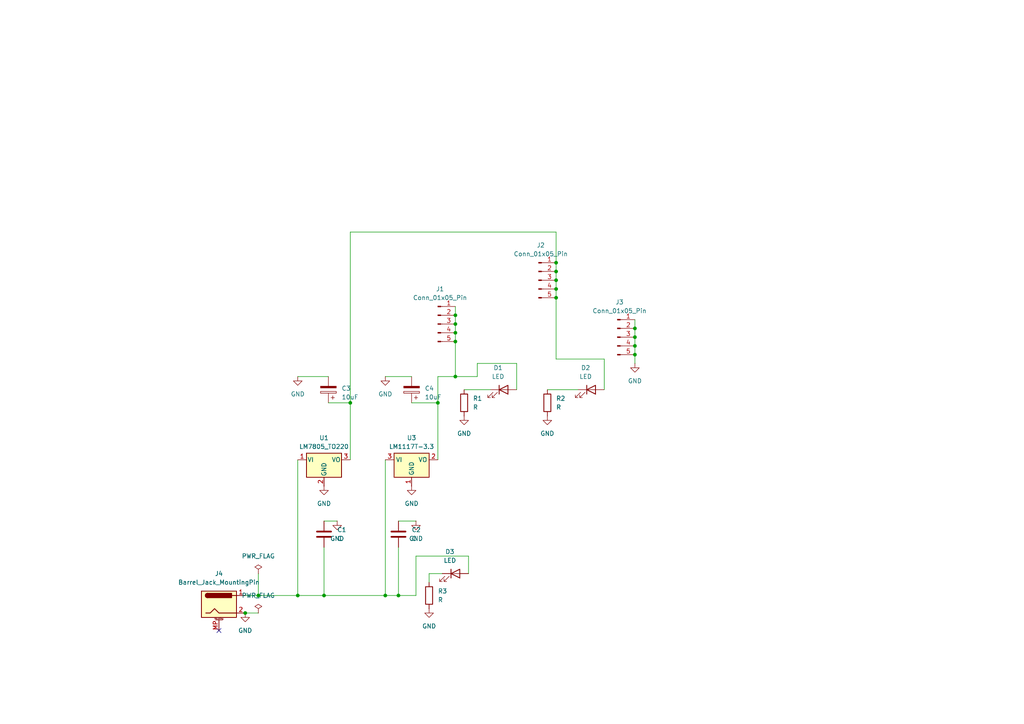
<source format=kicad_sch>
(kicad_sch
	(version 20250114)
	(generator "eeschema")
	(generator_version "9.0")
	(uuid "8502a16a-3907-4fcc-82be-13415dafdd32")
	(paper "A4")
	(lib_symbols
		(symbol "Connector:Barrel_Jack_MountingPin"
			(pin_names
				(hide yes)
			)
			(exclude_from_sim no)
			(in_bom yes)
			(on_board yes)
			(property "Reference" "J"
				(at 0 5.334 0)
				(effects
					(font
						(size 1.27 1.27)
					)
				)
			)
			(property "Value" "Barrel_Jack_MountingPin"
				(at 1.27 -6.35 0)
				(effects
					(font
						(size 1.27 1.27)
					)
					(justify left)
				)
			)
			(property "Footprint" ""
				(at 1.27 -1.016 0)
				(effects
					(font
						(size 1.27 1.27)
					)
					(hide yes)
				)
			)
			(property "Datasheet" "~"
				(at 1.27 -1.016 0)
				(effects
					(font
						(size 1.27 1.27)
					)
					(hide yes)
				)
			)
			(property "Description" "DC Barrel Jack with a mounting pin"
				(at 0 0 0)
				(effects
					(font
						(size 1.27 1.27)
					)
					(hide yes)
				)
			)
			(property "ki_keywords" "DC power barrel jack connector"
				(at 0 0 0)
				(effects
					(font
						(size 1.27 1.27)
					)
					(hide yes)
				)
			)
			(property "ki_fp_filters" "BarrelJack*"
				(at 0 0 0)
				(effects
					(font
						(size 1.27 1.27)
					)
					(hide yes)
				)
			)
			(symbol "Barrel_Jack_MountingPin_0_1"
				(rectangle
					(start -5.08 3.81)
					(end 5.08 -3.81)
					(stroke
						(width 0.254)
						(type default)
					)
					(fill
						(type background)
					)
				)
				(polyline
					(pts
						(xy -3.81 -2.54) (xy -2.54 -2.54) (xy -1.27 -1.27) (xy 0 -2.54) (xy 2.54 -2.54) (xy 5.08 -2.54)
					)
					(stroke
						(width 0.254)
						(type default)
					)
					(fill
						(type none)
					)
				)
				(arc
					(start -3.302 1.905)
					(mid -3.9343 2.54)
					(end -3.302 3.175)
					(stroke
						(width 0.254)
						(type default)
					)
					(fill
						(type none)
					)
				)
				(arc
					(start -3.302 1.905)
					(mid -3.9343 2.54)
					(end -3.302 3.175)
					(stroke
						(width 0.254)
						(type default)
					)
					(fill
						(type outline)
					)
				)
				(rectangle
					(start 3.683 3.175)
					(end -3.302 1.905)
					(stroke
						(width 0.254)
						(type default)
					)
					(fill
						(type outline)
					)
				)
				(polyline
					(pts
						(xy 5.08 2.54) (xy 3.81 2.54)
					)
					(stroke
						(width 0.254)
						(type default)
					)
					(fill
						(type none)
					)
				)
			)
			(symbol "Barrel_Jack_MountingPin_1_1"
				(polyline
					(pts
						(xy -1.016 -4.572) (xy 1.016 -4.572)
					)
					(stroke
						(width 0.1524)
						(type default)
					)
					(fill
						(type none)
					)
				)
				(text "Mounting"
					(at 0 -4.191 0)
					(effects
						(font
							(size 0.381 0.381)
						)
					)
				)
				(pin passive line
					(at 0 -7.62 90)
					(length 3.048)
					(name "MountPin"
						(effects
							(font
								(size 1.27 1.27)
							)
						)
					)
					(number "MP"
						(effects
							(font
								(size 1.27 1.27)
							)
						)
					)
				)
				(pin passive line
					(at 7.62 2.54 180)
					(length 2.54)
					(name "~"
						(effects
							(font
								(size 1.27 1.27)
							)
						)
					)
					(number "1"
						(effects
							(font
								(size 1.27 1.27)
							)
						)
					)
				)
				(pin passive line
					(at 7.62 -2.54 180)
					(length 2.54)
					(name "~"
						(effects
							(font
								(size 1.27 1.27)
							)
						)
					)
					(number "2"
						(effects
							(font
								(size 1.27 1.27)
							)
						)
					)
				)
			)
			(embedded_fonts no)
		)
		(symbol "Connector:Conn_01x05_Pin"
			(pin_names
				(offset 1.016)
				(hide yes)
			)
			(exclude_from_sim no)
			(in_bom yes)
			(on_board yes)
			(property "Reference" "J"
				(at 0 7.62 0)
				(effects
					(font
						(size 1.27 1.27)
					)
				)
			)
			(property "Value" "Conn_01x05_Pin"
				(at 0 -7.62 0)
				(effects
					(font
						(size 1.27 1.27)
					)
				)
			)
			(property "Footprint" ""
				(at 0 0 0)
				(effects
					(font
						(size 1.27 1.27)
					)
					(hide yes)
				)
			)
			(property "Datasheet" "~"
				(at 0 0 0)
				(effects
					(font
						(size 1.27 1.27)
					)
					(hide yes)
				)
			)
			(property "Description" "Generic connector, single row, 01x05, script generated"
				(at 0 0 0)
				(effects
					(font
						(size 1.27 1.27)
					)
					(hide yes)
				)
			)
			(property "ki_locked" ""
				(at 0 0 0)
				(effects
					(font
						(size 1.27 1.27)
					)
				)
			)
			(property "ki_keywords" "connector"
				(at 0 0 0)
				(effects
					(font
						(size 1.27 1.27)
					)
					(hide yes)
				)
			)
			(property "ki_fp_filters" "Connector*:*_1x??_*"
				(at 0 0 0)
				(effects
					(font
						(size 1.27 1.27)
					)
					(hide yes)
				)
			)
			(symbol "Conn_01x05_Pin_1_1"
				(rectangle
					(start 0.8636 5.207)
					(end 0 4.953)
					(stroke
						(width 0.1524)
						(type default)
					)
					(fill
						(type outline)
					)
				)
				(rectangle
					(start 0.8636 2.667)
					(end 0 2.413)
					(stroke
						(width 0.1524)
						(type default)
					)
					(fill
						(type outline)
					)
				)
				(rectangle
					(start 0.8636 0.127)
					(end 0 -0.127)
					(stroke
						(width 0.1524)
						(type default)
					)
					(fill
						(type outline)
					)
				)
				(rectangle
					(start 0.8636 -2.413)
					(end 0 -2.667)
					(stroke
						(width 0.1524)
						(type default)
					)
					(fill
						(type outline)
					)
				)
				(rectangle
					(start 0.8636 -4.953)
					(end 0 -5.207)
					(stroke
						(width 0.1524)
						(type default)
					)
					(fill
						(type outline)
					)
				)
				(polyline
					(pts
						(xy 1.27 5.08) (xy 0.8636 5.08)
					)
					(stroke
						(width 0.1524)
						(type default)
					)
					(fill
						(type none)
					)
				)
				(polyline
					(pts
						(xy 1.27 2.54) (xy 0.8636 2.54)
					)
					(stroke
						(width 0.1524)
						(type default)
					)
					(fill
						(type none)
					)
				)
				(polyline
					(pts
						(xy 1.27 0) (xy 0.8636 0)
					)
					(stroke
						(width 0.1524)
						(type default)
					)
					(fill
						(type none)
					)
				)
				(polyline
					(pts
						(xy 1.27 -2.54) (xy 0.8636 -2.54)
					)
					(stroke
						(width 0.1524)
						(type default)
					)
					(fill
						(type none)
					)
				)
				(polyline
					(pts
						(xy 1.27 -5.08) (xy 0.8636 -5.08)
					)
					(stroke
						(width 0.1524)
						(type default)
					)
					(fill
						(type none)
					)
				)
				(pin passive line
					(at 5.08 5.08 180)
					(length 3.81)
					(name "Pin_1"
						(effects
							(font
								(size 1.27 1.27)
							)
						)
					)
					(number "1"
						(effects
							(font
								(size 1.27 1.27)
							)
						)
					)
				)
				(pin passive line
					(at 5.08 2.54 180)
					(length 3.81)
					(name "Pin_2"
						(effects
							(font
								(size 1.27 1.27)
							)
						)
					)
					(number "2"
						(effects
							(font
								(size 1.27 1.27)
							)
						)
					)
				)
				(pin passive line
					(at 5.08 0 180)
					(length 3.81)
					(name "Pin_3"
						(effects
							(font
								(size 1.27 1.27)
							)
						)
					)
					(number "3"
						(effects
							(font
								(size 1.27 1.27)
							)
						)
					)
				)
				(pin passive line
					(at 5.08 -2.54 180)
					(length 3.81)
					(name "Pin_4"
						(effects
							(font
								(size 1.27 1.27)
							)
						)
					)
					(number "4"
						(effects
							(font
								(size 1.27 1.27)
							)
						)
					)
				)
				(pin passive line
					(at 5.08 -5.08 180)
					(length 3.81)
					(name "Pin_5"
						(effects
							(font
								(size 1.27 1.27)
							)
						)
					)
					(number "5"
						(effects
							(font
								(size 1.27 1.27)
							)
						)
					)
				)
			)
			(embedded_fonts no)
		)
		(symbol "Device:C"
			(pin_numbers
				(hide yes)
			)
			(pin_names
				(offset 0.254)
			)
			(exclude_from_sim no)
			(in_bom yes)
			(on_board yes)
			(property "Reference" "C"
				(at 0.635 2.54 0)
				(effects
					(font
						(size 1.27 1.27)
					)
					(justify left)
				)
			)
			(property "Value" "C"
				(at 0.635 -2.54 0)
				(effects
					(font
						(size 1.27 1.27)
					)
					(justify left)
				)
			)
			(property "Footprint" ""
				(at 0.9652 -3.81 0)
				(effects
					(font
						(size 1.27 1.27)
					)
					(hide yes)
				)
			)
			(property "Datasheet" "~"
				(at 0 0 0)
				(effects
					(font
						(size 1.27 1.27)
					)
					(hide yes)
				)
			)
			(property "Description" "Unpolarized capacitor"
				(at 0 0 0)
				(effects
					(font
						(size 1.27 1.27)
					)
					(hide yes)
				)
			)
			(property "ki_keywords" "cap capacitor"
				(at 0 0 0)
				(effects
					(font
						(size 1.27 1.27)
					)
					(hide yes)
				)
			)
			(property "ki_fp_filters" "C_*"
				(at 0 0 0)
				(effects
					(font
						(size 1.27 1.27)
					)
					(hide yes)
				)
			)
			(symbol "C_0_1"
				(polyline
					(pts
						(xy -2.032 0.762) (xy 2.032 0.762)
					)
					(stroke
						(width 0.508)
						(type default)
					)
					(fill
						(type none)
					)
				)
				(polyline
					(pts
						(xy -2.032 -0.762) (xy 2.032 -0.762)
					)
					(stroke
						(width 0.508)
						(type default)
					)
					(fill
						(type none)
					)
				)
			)
			(symbol "C_1_1"
				(pin passive line
					(at 0 3.81 270)
					(length 2.794)
					(name "~"
						(effects
							(font
								(size 1.27 1.27)
							)
						)
					)
					(number "1"
						(effects
							(font
								(size 1.27 1.27)
							)
						)
					)
				)
				(pin passive line
					(at 0 -3.81 90)
					(length 2.794)
					(name "~"
						(effects
							(font
								(size 1.27 1.27)
							)
						)
					)
					(number "2"
						(effects
							(font
								(size 1.27 1.27)
							)
						)
					)
				)
			)
			(embedded_fonts no)
		)
		(symbol "Device:C_Polarized"
			(pin_numbers
				(hide yes)
			)
			(pin_names
				(offset 0.254)
			)
			(exclude_from_sim no)
			(in_bom yes)
			(on_board yes)
			(property "Reference" "C"
				(at 0.635 2.54 0)
				(effects
					(font
						(size 1.27 1.27)
					)
					(justify left)
				)
			)
			(property "Value" "C_Polarized"
				(at 0.635 -2.54 0)
				(effects
					(font
						(size 1.27 1.27)
					)
					(justify left)
				)
			)
			(property "Footprint" ""
				(at 0.9652 -3.81 0)
				(effects
					(font
						(size 1.27 1.27)
					)
					(hide yes)
				)
			)
			(property "Datasheet" "~"
				(at 0 0 0)
				(effects
					(font
						(size 1.27 1.27)
					)
					(hide yes)
				)
			)
			(property "Description" "Polarized capacitor"
				(at 0 0 0)
				(effects
					(font
						(size 1.27 1.27)
					)
					(hide yes)
				)
			)
			(property "ki_keywords" "cap capacitor"
				(at 0 0 0)
				(effects
					(font
						(size 1.27 1.27)
					)
					(hide yes)
				)
			)
			(property "ki_fp_filters" "CP_*"
				(at 0 0 0)
				(effects
					(font
						(size 1.27 1.27)
					)
					(hide yes)
				)
			)
			(symbol "C_Polarized_0_1"
				(rectangle
					(start -2.286 0.508)
					(end 2.286 1.016)
					(stroke
						(width 0)
						(type default)
					)
					(fill
						(type none)
					)
				)
				(polyline
					(pts
						(xy -1.778 2.286) (xy -0.762 2.286)
					)
					(stroke
						(width 0)
						(type default)
					)
					(fill
						(type none)
					)
				)
				(polyline
					(pts
						(xy -1.27 2.794) (xy -1.27 1.778)
					)
					(stroke
						(width 0)
						(type default)
					)
					(fill
						(type none)
					)
				)
				(rectangle
					(start 2.286 -0.508)
					(end -2.286 -1.016)
					(stroke
						(width 0)
						(type default)
					)
					(fill
						(type outline)
					)
				)
			)
			(symbol "C_Polarized_1_1"
				(pin passive line
					(at 0 3.81 270)
					(length 2.794)
					(name "~"
						(effects
							(font
								(size 1.27 1.27)
							)
						)
					)
					(number "1"
						(effects
							(font
								(size 1.27 1.27)
							)
						)
					)
				)
				(pin passive line
					(at 0 -3.81 90)
					(length 2.794)
					(name "~"
						(effects
							(font
								(size 1.27 1.27)
							)
						)
					)
					(number "2"
						(effects
							(font
								(size 1.27 1.27)
							)
						)
					)
				)
			)
			(embedded_fonts no)
		)
		(symbol "Device:LED"
			(pin_numbers
				(hide yes)
			)
			(pin_names
				(offset 1.016)
				(hide yes)
			)
			(exclude_from_sim no)
			(in_bom yes)
			(on_board yes)
			(property "Reference" "D"
				(at 0 2.54 0)
				(effects
					(font
						(size 1.27 1.27)
					)
				)
			)
			(property "Value" "LED"
				(at 0 -2.54 0)
				(effects
					(font
						(size 1.27 1.27)
					)
				)
			)
			(property "Footprint" ""
				(at 0 0 0)
				(effects
					(font
						(size 1.27 1.27)
					)
					(hide yes)
				)
			)
			(property "Datasheet" "~"
				(at 0 0 0)
				(effects
					(font
						(size 1.27 1.27)
					)
					(hide yes)
				)
			)
			(property "Description" "Light emitting diode"
				(at 0 0 0)
				(effects
					(font
						(size 1.27 1.27)
					)
					(hide yes)
				)
			)
			(property "Sim.Pins" "1=K 2=A"
				(at 0 0 0)
				(effects
					(font
						(size 1.27 1.27)
					)
					(hide yes)
				)
			)
			(property "ki_keywords" "LED diode"
				(at 0 0 0)
				(effects
					(font
						(size 1.27 1.27)
					)
					(hide yes)
				)
			)
			(property "ki_fp_filters" "LED* LED_SMD:* LED_THT:*"
				(at 0 0 0)
				(effects
					(font
						(size 1.27 1.27)
					)
					(hide yes)
				)
			)
			(symbol "LED_0_1"
				(polyline
					(pts
						(xy -3.048 -0.762) (xy -4.572 -2.286) (xy -3.81 -2.286) (xy -4.572 -2.286) (xy -4.572 -1.524)
					)
					(stroke
						(width 0)
						(type default)
					)
					(fill
						(type none)
					)
				)
				(polyline
					(pts
						(xy -1.778 -0.762) (xy -3.302 -2.286) (xy -2.54 -2.286) (xy -3.302 -2.286) (xy -3.302 -1.524)
					)
					(stroke
						(width 0)
						(type default)
					)
					(fill
						(type none)
					)
				)
				(polyline
					(pts
						(xy -1.27 0) (xy 1.27 0)
					)
					(stroke
						(width 0)
						(type default)
					)
					(fill
						(type none)
					)
				)
				(polyline
					(pts
						(xy -1.27 -1.27) (xy -1.27 1.27)
					)
					(stroke
						(width 0.254)
						(type default)
					)
					(fill
						(type none)
					)
				)
				(polyline
					(pts
						(xy 1.27 -1.27) (xy 1.27 1.27) (xy -1.27 0) (xy 1.27 -1.27)
					)
					(stroke
						(width 0.254)
						(type default)
					)
					(fill
						(type none)
					)
				)
			)
			(symbol "LED_1_1"
				(pin passive line
					(at -3.81 0 0)
					(length 2.54)
					(name "K"
						(effects
							(font
								(size 1.27 1.27)
							)
						)
					)
					(number "1"
						(effects
							(font
								(size 1.27 1.27)
							)
						)
					)
				)
				(pin passive line
					(at 3.81 0 180)
					(length 2.54)
					(name "A"
						(effects
							(font
								(size 1.27 1.27)
							)
						)
					)
					(number "2"
						(effects
							(font
								(size 1.27 1.27)
							)
						)
					)
				)
			)
			(embedded_fonts no)
		)
		(symbol "Device:R"
			(pin_numbers
				(hide yes)
			)
			(pin_names
				(offset 0)
			)
			(exclude_from_sim no)
			(in_bom yes)
			(on_board yes)
			(property "Reference" "R"
				(at 2.032 0 90)
				(effects
					(font
						(size 1.27 1.27)
					)
				)
			)
			(property "Value" "R"
				(at 0 0 90)
				(effects
					(font
						(size 1.27 1.27)
					)
				)
			)
			(property "Footprint" ""
				(at -1.778 0 90)
				(effects
					(font
						(size 1.27 1.27)
					)
					(hide yes)
				)
			)
			(property "Datasheet" "~"
				(at 0 0 0)
				(effects
					(font
						(size 1.27 1.27)
					)
					(hide yes)
				)
			)
			(property "Description" "Resistor"
				(at 0 0 0)
				(effects
					(font
						(size 1.27 1.27)
					)
					(hide yes)
				)
			)
			(property "ki_keywords" "R res resistor"
				(at 0 0 0)
				(effects
					(font
						(size 1.27 1.27)
					)
					(hide yes)
				)
			)
			(property "ki_fp_filters" "R_*"
				(at 0 0 0)
				(effects
					(font
						(size 1.27 1.27)
					)
					(hide yes)
				)
			)
			(symbol "R_0_1"
				(rectangle
					(start -1.016 -2.54)
					(end 1.016 2.54)
					(stroke
						(width 0.254)
						(type default)
					)
					(fill
						(type none)
					)
				)
			)
			(symbol "R_1_1"
				(pin passive line
					(at 0 3.81 270)
					(length 1.27)
					(name "~"
						(effects
							(font
								(size 1.27 1.27)
							)
						)
					)
					(number "1"
						(effects
							(font
								(size 1.27 1.27)
							)
						)
					)
				)
				(pin passive line
					(at 0 -3.81 90)
					(length 1.27)
					(name "~"
						(effects
							(font
								(size 1.27 1.27)
							)
						)
					)
					(number "2"
						(effects
							(font
								(size 1.27 1.27)
							)
						)
					)
				)
			)
			(embedded_fonts no)
		)
		(symbol "Regulator_Linear:LM1117T-3.3"
			(exclude_from_sim no)
			(in_bom yes)
			(on_board yes)
			(property "Reference" "U"
				(at -3.81 3.175 0)
				(effects
					(font
						(size 1.27 1.27)
					)
				)
			)
			(property "Value" "LM1117T-3.3"
				(at 0 3.175 0)
				(effects
					(font
						(size 1.27 1.27)
					)
					(justify left)
				)
			)
			(property "Footprint" "Package_TO_SOT_THT:TO-220-3_Horizontal_TabDown"
				(at 0 0 0)
				(effects
					(font
						(size 1.27 1.27)
					)
					(hide yes)
				)
			)
			(property "Datasheet" "http://www.ti.com/lit/ds/symlink/lm1117.pdf"
				(at 0 0 0)
				(effects
					(font
						(size 1.27 1.27)
					)
					(hide yes)
				)
			)
			(property "Description" "800mA Low-Dropout Linear Regulator, 3.3V fixed output, TO-220"
				(at 0 0 0)
				(effects
					(font
						(size 1.27 1.27)
					)
					(hide yes)
				)
			)
			(property "ki_keywords" "linear regulator ldo fixed positive"
				(at 0 0 0)
				(effects
					(font
						(size 1.27 1.27)
					)
					(hide yes)
				)
			)
			(property "ki_fp_filters" "TO?220*"
				(at 0 0 0)
				(effects
					(font
						(size 1.27 1.27)
					)
					(hide yes)
				)
			)
			(symbol "LM1117T-3.3_0_1"
				(rectangle
					(start -5.08 -5.08)
					(end 5.08 1.905)
					(stroke
						(width 0.254)
						(type default)
					)
					(fill
						(type background)
					)
				)
			)
			(symbol "LM1117T-3.3_1_1"
				(pin power_in line
					(at -7.62 0 0)
					(length 2.54)
					(name "VI"
						(effects
							(font
								(size 1.27 1.27)
							)
						)
					)
					(number "3"
						(effects
							(font
								(size 1.27 1.27)
							)
						)
					)
				)
				(pin power_in line
					(at 0 -7.62 90)
					(length 2.54)
					(name "GND"
						(effects
							(font
								(size 1.27 1.27)
							)
						)
					)
					(number "1"
						(effects
							(font
								(size 1.27 1.27)
							)
						)
					)
				)
				(pin power_out line
					(at 7.62 0 180)
					(length 2.54)
					(name "VO"
						(effects
							(font
								(size 1.27 1.27)
							)
						)
					)
					(number "2"
						(effects
							(font
								(size 1.27 1.27)
							)
						)
					)
				)
			)
			(embedded_fonts no)
		)
		(symbol "Regulator_Linear:LM7805_TO220"
			(pin_names
				(offset 0.254)
			)
			(exclude_from_sim no)
			(in_bom yes)
			(on_board yes)
			(property "Reference" "U"
				(at -3.81 3.175 0)
				(effects
					(font
						(size 1.27 1.27)
					)
				)
			)
			(property "Value" "LM7805_TO220"
				(at 0 3.175 0)
				(effects
					(font
						(size 1.27 1.27)
					)
					(justify left)
				)
			)
			(property "Footprint" "Package_TO_SOT_THT:TO-220-3_Vertical"
				(at 0 5.715 0)
				(effects
					(font
						(size 1.27 1.27)
						(italic yes)
					)
					(hide yes)
				)
			)
			(property "Datasheet" "https://www.onsemi.cn/PowerSolutions/document/MC7800-D.PDF"
				(at 0 -1.27 0)
				(effects
					(font
						(size 1.27 1.27)
					)
					(hide yes)
				)
			)
			(property "Description" "Positive 1A 35V Linear Regulator, Fixed Output 5V, TO-220"
				(at 0 0 0)
				(effects
					(font
						(size 1.27 1.27)
					)
					(hide yes)
				)
			)
			(property "ki_keywords" "Voltage Regulator 1A Positive"
				(at 0 0 0)
				(effects
					(font
						(size 1.27 1.27)
					)
					(hide yes)
				)
			)
			(property "ki_fp_filters" "TO?220*"
				(at 0 0 0)
				(effects
					(font
						(size 1.27 1.27)
					)
					(hide yes)
				)
			)
			(symbol "LM7805_TO220_0_1"
				(rectangle
					(start -5.08 1.905)
					(end 5.08 -5.08)
					(stroke
						(width 0.254)
						(type default)
					)
					(fill
						(type background)
					)
				)
			)
			(symbol "LM7805_TO220_1_1"
				(pin power_in line
					(at -7.62 0 0)
					(length 2.54)
					(name "VI"
						(effects
							(font
								(size 1.27 1.27)
							)
						)
					)
					(number "1"
						(effects
							(font
								(size 1.27 1.27)
							)
						)
					)
				)
				(pin power_in line
					(at 0 -7.62 90)
					(length 2.54)
					(name "GND"
						(effects
							(font
								(size 1.27 1.27)
							)
						)
					)
					(number "2"
						(effects
							(font
								(size 1.27 1.27)
							)
						)
					)
				)
				(pin power_out line
					(at 7.62 0 180)
					(length 2.54)
					(name "VO"
						(effects
							(font
								(size 1.27 1.27)
							)
						)
					)
					(number "3"
						(effects
							(font
								(size 1.27 1.27)
							)
						)
					)
				)
			)
			(embedded_fonts no)
		)
		(symbol "power:GND"
			(power)
			(pin_numbers
				(hide yes)
			)
			(pin_names
				(offset 0)
				(hide yes)
			)
			(exclude_from_sim no)
			(in_bom yes)
			(on_board yes)
			(property "Reference" "#PWR"
				(at 0 -6.35 0)
				(effects
					(font
						(size 1.27 1.27)
					)
					(hide yes)
				)
			)
			(property "Value" "GND"
				(at 0 -3.81 0)
				(effects
					(font
						(size 1.27 1.27)
					)
				)
			)
			(property "Footprint" ""
				(at 0 0 0)
				(effects
					(font
						(size 1.27 1.27)
					)
					(hide yes)
				)
			)
			(property "Datasheet" ""
				(at 0 0 0)
				(effects
					(font
						(size 1.27 1.27)
					)
					(hide yes)
				)
			)
			(property "Description" "Power symbol creates a global label with name \"GND\" , ground"
				(at 0 0 0)
				(effects
					(font
						(size 1.27 1.27)
					)
					(hide yes)
				)
			)
			(property "ki_keywords" "global power"
				(at 0 0 0)
				(effects
					(font
						(size 1.27 1.27)
					)
					(hide yes)
				)
			)
			(symbol "GND_0_1"
				(polyline
					(pts
						(xy 0 0) (xy 0 -1.27) (xy 1.27 -1.27) (xy 0 -2.54) (xy -1.27 -1.27) (xy 0 -1.27)
					)
					(stroke
						(width 0)
						(type default)
					)
					(fill
						(type none)
					)
				)
			)
			(symbol "GND_1_1"
				(pin power_in line
					(at 0 0 270)
					(length 0)
					(name "~"
						(effects
							(font
								(size 1.27 1.27)
							)
						)
					)
					(number "1"
						(effects
							(font
								(size 1.27 1.27)
							)
						)
					)
				)
			)
			(embedded_fonts no)
		)
		(symbol "power:PWR_FLAG"
			(power)
			(pin_numbers
				(hide yes)
			)
			(pin_names
				(offset 0)
				(hide yes)
			)
			(exclude_from_sim no)
			(in_bom yes)
			(on_board yes)
			(property "Reference" "#FLG"
				(at 0 1.905 0)
				(effects
					(font
						(size 1.27 1.27)
					)
					(hide yes)
				)
			)
			(property "Value" "PWR_FLAG"
				(at 0 3.81 0)
				(effects
					(font
						(size 1.27 1.27)
					)
				)
			)
			(property "Footprint" ""
				(at 0 0 0)
				(effects
					(font
						(size 1.27 1.27)
					)
					(hide yes)
				)
			)
			(property "Datasheet" "~"
				(at 0 0 0)
				(effects
					(font
						(size 1.27 1.27)
					)
					(hide yes)
				)
			)
			(property "Description" "Special symbol for telling ERC where power comes from"
				(at 0 0 0)
				(effects
					(font
						(size 1.27 1.27)
					)
					(hide yes)
				)
			)
			(property "ki_keywords" "flag power"
				(at 0 0 0)
				(effects
					(font
						(size 1.27 1.27)
					)
					(hide yes)
				)
			)
			(symbol "PWR_FLAG_0_0"
				(pin power_out line
					(at 0 0 90)
					(length 0)
					(name "~"
						(effects
							(font
								(size 1.27 1.27)
							)
						)
					)
					(number "1"
						(effects
							(font
								(size 1.27 1.27)
							)
						)
					)
				)
			)
			(symbol "PWR_FLAG_0_1"
				(polyline
					(pts
						(xy 0 0) (xy 0 1.27) (xy -1.016 1.905) (xy 0 2.54) (xy 1.016 1.905) (xy 0 1.27)
					)
					(stroke
						(width 0)
						(type default)
					)
					(fill
						(type none)
					)
				)
			)
			(embedded_fonts no)
		)
	)
	(junction
		(at 161.29 81.28)
		(diameter 0)
		(color 0 0 0 0)
		(uuid "0cef3b65-bfa9-4bd2-951f-c236055327e6")
	)
	(junction
		(at 161.29 86.36)
		(diameter 0)
		(color 0 0 0 0)
		(uuid "15f1c1dc-d436-44aa-be1b-2b34a2bf0ff9")
	)
	(junction
		(at 93.98 172.72)
		(diameter 0)
		(color 0 0 0 0)
		(uuid "23d882ac-1580-44a4-a5d9-c65c906f912b")
	)
	(junction
		(at 161.29 76.2)
		(diameter 0)
		(color 0 0 0 0)
		(uuid "302093c5-4846-4b75-8c32-9b9ef112cc66")
	)
	(junction
		(at 74.93 172.72)
		(diameter 0)
		(color 0 0 0 0)
		(uuid "4e61203e-ff59-451a-852b-85cdc9aa1a2a")
	)
	(junction
		(at 184.15 95.25)
		(diameter 0)
		(color 0 0 0 0)
		(uuid "4ef475ed-8576-46af-9eac-29295d61b22a")
	)
	(junction
		(at 161.29 78.74)
		(diameter 0)
		(color 0 0 0 0)
		(uuid "60271b72-3b6e-4e90-8e5c-59520710e3b6")
	)
	(junction
		(at 184.15 100.33)
		(diameter 0)
		(color 0 0 0 0)
		(uuid "60576e8d-d052-43ba-9fc2-3079bb9711d9")
	)
	(junction
		(at 101.6 116.84)
		(diameter 0)
		(color 0 0 0 0)
		(uuid "67574f5c-466f-4caa-97f6-18d1f70b001a")
	)
	(junction
		(at 127 116.84)
		(diameter 0)
		(color 0 0 0 0)
		(uuid "6e873dd2-9584-438e-b3df-855ad21adcce")
	)
	(junction
		(at 132.08 91.44)
		(diameter 0)
		(color 0 0 0 0)
		(uuid "77b6a9c0-7014-4ec4-ad92-a13dc35c9bcf")
	)
	(junction
		(at 132.08 99.06)
		(diameter 0)
		(color 0 0 0 0)
		(uuid "8c8ab131-cf60-4705-9f1a-4ecb22762c7b")
	)
	(junction
		(at 184.15 102.87)
		(diameter 0)
		(color 0 0 0 0)
		(uuid "906aa049-5fb1-4c73-b19c-0136ea3d6fda")
	)
	(junction
		(at 132.08 96.52)
		(diameter 0)
		(color 0 0 0 0)
		(uuid "93df67b5-ee5f-48a5-8539-2c7b749085df")
	)
	(junction
		(at 71.12 177.8)
		(diameter 0)
		(color 0 0 0 0)
		(uuid "94d8e103-4709-4d89-9677-cfbe3bb447a6")
	)
	(junction
		(at 111.76 172.72)
		(diameter 0)
		(color 0 0 0 0)
		(uuid "b7fddbb4-dd24-4fab-a439-1f93cae0c968")
	)
	(junction
		(at 132.08 109.22)
		(diameter 0)
		(color 0 0 0 0)
		(uuid "b8923467-bdc0-417b-9577-38026ed9de82")
	)
	(junction
		(at 161.29 83.82)
		(diameter 0)
		(color 0 0 0 0)
		(uuid "b9460791-120d-4fd3-8ea7-6b64c6cd30b2")
	)
	(junction
		(at 115.57 172.72)
		(diameter 0)
		(color 0 0 0 0)
		(uuid "be5b5841-fb4b-4789-81b6-c2251be5019c")
	)
	(junction
		(at 132.08 93.98)
		(diameter 0)
		(color 0 0 0 0)
		(uuid "c75bacf1-64e7-4c94-8899-9745c3bc1a52")
	)
	(junction
		(at 184.15 97.79)
		(diameter 0)
		(color 0 0 0 0)
		(uuid "eedf4723-830f-43b0-9c50-a502434a924c")
	)
	(junction
		(at 86.36 172.72)
		(diameter 0)
		(color 0 0 0 0)
		(uuid "f92ec2ff-2818-4ce6-9b12-215bd056265a")
	)
	(no_connect
		(at 63.5 182.88)
		(uuid "fca7d3f6-a2e3-4df1-8ba7-04350b790d0c")
	)
	(wire
		(pts
			(xy 120.65 172.72) (xy 120.65 161.29)
		)
		(stroke
			(width 0)
			(type default)
		)
		(uuid "033f2651-daf8-4b3a-8db0-b8a0a43d6ba7")
	)
	(wire
		(pts
			(xy 93.98 158.75) (xy 93.98 172.72)
		)
		(stroke
			(width 0)
			(type default)
		)
		(uuid "0868b97f-aef2-486f-8f25-e4c2dca5a33a")
	)
	(wire
		(pts
			(xy 86.36 109.22) (xy 95.25 109.22)
		)
		(stroke
			(width 0)
			(type default)
		)
		(uuid "099f7168-8a1a-4e6d-8e62-9994b5900620")
	)
	(wire
		(pts
			(xy 93.98 151.13) (xy 97.79 151.13)
		)
		(stroke
			(width 0)
			(type default)
		)
		(uuid "0cd5e079-cf05-4716-903f-31ac7acb11e3")
	)
	(wire
		(pts
			(xy 161.29 67.31) (xy 161.29 76.2)
		)
		(stroke
			(width 0)
			(type default)
		)
		(uuid "10b0229f-4e05-4d81-93a0-d4b1ba9a8227")
	)
	(wire
		(pts
			(xy 93.98 172.72) (xy 86.36 172.72)
		)
		(stroke
			(width 0)
			(type default)
		)
		(uuid "18e2911e-b2aa-4942-a868-263fd0d5aa01")
	)
	(wire
		(pts
			(xy 184.15 97.79) (xy 184.15 100.33)
		)
		(stroke
			(width 0)
			(type default)
		)
		(uuid "1bb03ab4-6992-4806-9a07-2b7fa5ffc4c9")
	)
	(wire
		(pts
			(xy 161.29 83.82) (xy 161.29 86.36)
		)
		(stroke
			(width 0)
			(type default)
		)
		(uuid "1c3a156c-e00b-4a25-a2e9-a29dbbe43fd2")
	)
	(wire
		(pts
			(xy 115.57 158.75) (xy 115.57 172.72)
		)
		(stroke
			(width 0)
			(type default)
		)
		(uuid "1c544380-7bbf-46af-80b6-bc5d9c03ae10")
	)
	(wire
		(pts
			(xy 127 133.35) (xy 127 116.84)
		)
		(stroke
			(width 0)
			(type default)
		)
		(uuid "1dae92df-2700-4bec-b169-c1dda30b4af5")
	)
	(wire
		(pts
			(xy 158.75 113.03) (xy 167.64 113.03)
		)
		(stroke
			(width 0)
			(type default)
		)
		(uuid "229939c9-0c6b-45a4-aa44-4d550fe9e3c7")
	)
	(wire
		(pts
			(xy 101.6 67.31) (xy 161.29 67.31)
		)
		(stroke
			(width 0)
			(type default)
		)
		(uuid "2c0f391a-ee37-4e15-b9a1-2f501589f775")
	)
	(wire
		(pts
			(xy 101.6 133.35) (xy 101.6 116.84)
		)
		(stroke
			(width 0)
			(type default)
		)
		(uuid "33236e61-afc3-4c24-9a4a-e51bfaf7a4da")
	)
	(wire
		(pts
			(xy 138.43 105.41) (xy 149.86 105.41)
		)
		(stroke
			(width 0)
			(type default)
		)
		(uuid "34b3907f-ef04-4b78-9a55-3e56f39c9cc6")
	)
	(wire
		(pts
			(xy 86.36 133.35) (xy 86.36 172.72)
		)
		(stroke
			(width 0)
			(type default)
		)
		(uuid "37cab72c-1f2e-4e15-808a-29b5e75e79b0")
	)
	(wire
		(pts
			(xy 127 116.84) (xy 119.38 116.84)
		)
		(stroke
			(width 0)
			(type default)
		)
		(uuid "3b93e69e-14d9-471c-aa4c-6398bb1590c7")
	)
	(wire
		(pts
			(xy 86.36 172.72) (xy 74.93 172.72)
		)
		(stroke
			(width 0)
			(type default)
		)
		(uuid "40691c28-7fa9-42e8-983f-d3f381c48d59")
	)
	(wire
		(pts
			(xy 161.29 81.28) (xy 161.29 83.82)
		)
		(stroke
			(width 0)
			(type default)
		)
		(uuid "451f9fae-8c63-4b14-8b19-94deef34009a")
	)
	(wire
		(pts
			(xy 161.29 104.14) (xy 175.26 104.14)
		)
		(stroke
			(width 0)
			(type default)
		)
		(uuid "4ea99747-b10c-449b-aaab-c286693cccd4")
	)
	(wire
		(pts
			(xy 115.57 172.72) (xy 111.76 172.72)
		)
		(stroke
			(width 0)
			(type default)
		)
		(uuid "508a091a-abc4-488a-9159-baaa687250aa")
	)
	(wire
		(pts
			(xy 161.29 86.36) (xy 161.29 104.14)
		)
		(stroke
			(width 0)
			(type default)
		)
		(uuid "5b076e95-adec-4969-98d9-83e9be357c2c")
	)
	(wire
		(pts
			(xy 111.76 172.72) (xy 93.98 172.72)
		)
		(stroke
			(width 0)
			(type default)
		)
		(uuid "5b13f54e-816d-4047-8f47-b05ae6912b41")
	)
	(wire
		(pts
			(xy 184.15 92.71) (xy 184.15 95.25)
		)
		(stroke
			(width 0)
			(type default)
		)
		(uuid "5e620384-d738-4070-b8e9-1c461c90bb0c")
	)
	(wire
		(pts
			(xy 115.57 151.13) (xy 120.65 151.13)
		)
		(stroke
			(width 0)
			(type default)
		)
		(uuid "634bf30c-9a06-4fb1-8481-36e0f93753d9")
	)
	(wire
		(pts
			(xy 74.93 177.8) (xy 71.12 177.8)
		)
		(stroke
			(width 0)
			(type default)
		)
		(uuid "639450fb-e618-48ab-b693-a4ec8598ac74")
	)
	(wire
		(pts
			(xy 101.6 116.84) (xy 95.25 116.84)
		)
		(stroke
			(width 0)
			(type default)
		)
		(uuid "67c9019b-d7c1-4aba-b8d9-cc8be4dc3270")
	)
	(wire
		(pts
			(xy 132.08 93.98) (xy 132.08 96.52)
		)
		(stroke
			(width 0)
			(type default)
		)
		(uuid "6b6219d3-cb3d-48de-b0bf-8874b3f75f38")
	)
	(wire
		(pts
			(xy 134.62 113.03) (xy 142.24 113.03)
		)
		(stroke
			(width 0)
			(type default)
		)
		(uuid "726430c9-abe7-4d09-bdef-eebb5d3985d0")
	)
	(wire
		(pts
			(xy 138.43 109.22) (xy 138.43 105.41)
		)
		(stroke
			(width 0)
			(type default)
		)
		(uuid "7993a439-28ee-48f5-aa03-9fb5af90f0cc")
	)
	(wire
		(pts
			(xy 184.15 100.33) (xy 184.15 102.87)
		)
		(stroke
			(width 0)
			(type default)
		)
		(uuid "7a2098ec-bbc8-4524-be18-331880660bc2")
	)
	(wire
		(pts
			(xy 124.46 166.37) (xy 124.46 168.91)
		)
		(stroke
			(width 0)
			(type default)
		)
		(uuid "80316c0e-d79a-4203-9401-b34e93888b45")
	)
	(wire
		(pts
			(xy 120.65 161.29) (xy 135.89 161.29)
		)
		(stroke
			(width 0)
			(type default)
		)
		(uuid "808556d4-51d1-4144-83a5-fc95bc84696f")
	)
	(wire
		(pts
			(xy 132.08 91.44) (xy 132.08 93.98)
		)
		(stroke
			(width 0)
			(type default)
		)
		(uuid "87ec682c-f566-4c47-9c62-c2cc1fe68ae2")
	)
	(wire
		(pts
			(xy 184.15 95.25) (xy 184.15 97.79)
		)
		(stroke
			(width 0)
			(type default)
		)
		(uuid "8f492d9e-c072-425b-8cf3-fc3b3c093214")
	)
	(wire
		(pts
			(xy 74.93 166.37) (xy 74.93 172.72)
		)
		(stroke
			(width 0)
			(type default)
		)
		(uuid "906a51ea-6d4e-43e1-9e3f-5b7804ba48f6")
	)
	(wire
		(pts
			(xy 132.08 109.22) (xy 138.43 109.22)
		)
		(stroke
			(width 0)
			(type default)
		)
		(uuid "91a5602a-fc3e-4c04-9e9b-86e4cb068d27")
	)
	(wire
		(pts
			(xy 135.89 161.29) (xy 135.89 166.37)
		)
		(stroke
			(width 0)
			(type default)
		)
		(uuid "94c52320-daa9-4393-bdc7-7ab16e727037")
	)
	(wire
		(pts
			(xy 127 109.22) (xy 132.08 109.22)
		)
		(stroke
			(width 0)
			(type default)
		)
		(uuid "9b9ebb9d-f9dc-4c4b-84cb-755d72e8c9ba")
	)
	(wire
		(pts
			(xy 74.93 172.72) (xy 71.12 172.72)
		)
		(stroke
			(width 0)
			(type default)
		)
		(uuid "a6827d5b-9364-4077-b5d7-1f056277b480")
	)
	(wire
		(pts
			(xy 128.27 166.37) (xy 124.46 166.37)
		)
		(stroke
			(width 0)
			(type default)
		)
		(uuid "a7c0d926-2cdc-4b07-b5c2-37a91fd8171f")
	)
	(wire
		(pts
			(xy 132.08 96.52) (xy 132.08 99.06)
		)
		(stroke
			(width 0)
			(type default)
		)
		(uuid "aa9d0cd3-da92-4f5a-86af-467d182d7ef1")
	)
	(wire
		(pts
			(xy 115.57 172.72) (xy 120.65 172.72)
		)
		(stroke
			(width 0)
			(type default)
		)
		(uuid "b0528238-716d-4ac0-b29e-76d42f6bce2d")
	)
	(wire
		(pts
			(xy 132.08 88.9) (xy 132.08 91.44)
		)
		(stroke
			(width 0)
			(type default)
		)
		(uuid "b3686e70-afe9-4aec-81aa-ea5a2bc997c1")
	)
	(wire
		(pts
			(xy 127 109.22) (xy 127 116.84)
		)
		(stroke
			(width 0)
			(type default)
		)
		(uuid "b6be66e1-71e5-4ed2-a1c6-3d1ee7c936bc")
	)
	(wire
		(pts
			(xy 175.26 104.14) (xy 175.26 113.03)
		)
		(stroke
			(width 0)
			(type default)
		)
		(uuid "b7470f9c-d603-45b3-b0ad-8e61dcc4ae51")
	)
	(wire
		(pts
			(xy 161.29 76.2) (xy 161.29 78.74)
		)
		(stroke
			(width 0)
			(type default)
		)
		(uuid "b89432e2-9524-4f0d-aad9-422b6f80183b")
	)
	(wire
		(pts
			(xy 132.08 99.06) (xy 132.08 109.22)
		)
		(stroke
			(width 0)
			(type default)
		)
		(uuid "bfaf5b3c-eab5-4d2a-b7e9-81356cdd4683")
	)
	(wire
		(pts
			(xy 149.86 105.41) (xy 149.86 113.03)
		)
		(stroke
			(width 0)
			(type default)
		)
		(uuid "cb70508c-0b53-431f-8e33-487954f710cb")
	)
	(wire
		(pts
			(xy 184.15 102.87) (xy 184.15 105.41)
		)
		(stroke
			(width 0)
			(type default)
		)
		(uuid "d331a474-2b44-45ef-a5a9-04fcb2ed5151")
	)
	(wire
		(pts
			(xy 101.6 116.84) (xy 101.6 67.31)
		)
		(stroke
			(width 0)
			(type default)
		)
		(uuid "e7435094-7602-4725-b01d-a4562fb3f41f")
	)
	(wire
		(pts
			(xy 111.76 133.35) (xy 111.76 172.72)
		)
		(stroke
			(width 0)
			(type default)
		)
		(uuid "ef7c6c16-73fb-49a9-aac3-a1da7baa55a2")
	)
	(wire
		(pts
			(xy 161.29 78.74) (xy 161.29 81.28)
		)
		(stroke
			(width 0)
			(type default)
		)
		(uuid "f051bbee-5186-443f-91f3-11312c9a08da")
	)
	(wire
		(pts
			(xy 111.76 109.22) (xy 119.38 109.22)
		)
		(stroke
			(width 0)
			(type default)
		)
		(uuid "f7249bae-05ed-4947-84d2-e3707982b6c2")
	)
	(symbol
		(lib_id "Device:C")
		(at 93.98 154.94 0)
		(unit 1)
		(exclude_from_sim no)
		(in_bom yes)
		(on_board yes)
		(dnp no)
		(fields_autoplaced yes)
		(uuid "0224850a-4e2d-4b47-8b27-430b5926720c")
		(property "Reference" "C1"
			(at 97.79 153.6699 0)
			(effects
				(font
					(size 1.27 1.27)
				)
				(justify left)
			)
		)
		(property "Value" "C"
			(at 97.79 156.2099 0)
			(effects
				(font
					(size 1.27 1.27)
				)
				(justify left)
			)
		)
		(property "Footprint" "Capacitor_THT:C_Disc_D5.0mm_W2.5mm_P2.50mm"
			(at 94.9452 158.75 0)
			(effects
				(font
					(size 1.27 1.27)
				)
				(hide yes)
			)
		)
		(property "Datasheet" "~"
			(at 93.98 154.94 0)
			(effects
				(font
					(size 1.27 1.27)
				)
				(hide yes)
			)
		)
		(property "Description" "Unpolarized capacitor"
			(at 93.98 154.94 0)
			(effects
				(font
					(size 1.27 1.27)
				)
				(hide yes)
			)
		)
		(pin "2"
			(uuid "258daf35-cdd8-4ae3-b8de-307af8f5565f")
		)
		(pin "1"
			(uuid "6f7d01c5-646c-42bb-a08e-1bf61928b31f")
		)
		(instances
			(project ""
				(path "/8502a16a-3907-4fcc-82be-13415dafdd32"
					(reference "C1")
					(unit 1)
				)
			)
		)
	)
	(symbol
		(lib_id "Regulator_Linear:LM1117T-3.3")
		(at 119.38 133.35 0)
		(unit 1)
		(exclude_from_sim no)
		(in_bom yes)
		(on_board yes)
		(dnp no)
		(uuid "089eb6f4-b653-4f05-bbeb-2dfc695c5d38")
		(property "Reference" "U3"
			(at 119.38 127 0)
			(effects
				(font
					(size 1.27 1.27)
				)
			)
		)
		(property "Value" "LM1117T-3.3"
			(at 119.38 129.54 0)
			(effects
				(font
					(size 1.27 1.27)
				)
			)
		)
		(property "Footprint" "Package_TO_SOT_THT:TO-220-3_Vertical"
			(at 119.38 133.35 0)
			(effects
				(font
					(size 1.27 1.27)
				)
				(hide yes)
			)
		)
		(property "Datasheet" "http://www.ti.com/lit/ds/symlink/lm1117.pdf"
			(at 119.38 133.35 0)
			(effects
				(font
					(size 1.27 1.27)
				)
				(hide yes)
			)
		)
		(property "Description" "800mA Low-Dropout Linear Regulator, 3.3V fixed output, TO-220"
			(at 119.38 133.35 0)
			(effects
				(font
					(size 1.27 1.27)
				)
				(hide yes)
			)
		)
		(pin "3"
			(uuid "ea5384f5-45cc-4bad-a714-ec998db2f473")
		)
		(pin "2"
			(uuid "1a563bd7-f037-44f2-af32-2adec993051e")
		)
		(pin "1"
			(uuid "78615d26-a593-44c3-a1d6-871f87f79b24")
		)
		(instances
			(project ""
				(path "/8502a16a-3907-4fcc-82be-13415dafdd32"
					(reference "U3")
					(unit 1)
				)
			)
		)
	)
	(symbol
		(lib_id "Device:LED")
		(at 146.05 113.03 0)
		(unit 1)
		(exclude_from_sim no)
		(in_bom yes)
		(on_board yes)
		(dnp no)
		(fields_autoplaced yes)
		(uuid "0f0d6352-6202-46e3-9ece-6879d11d5a69")
		(property "Reference" "D1"
			(at 144.4625 106.68 0)
			(effects
				(font
					(size 1.27 1.27)
				)
			)
		)
		(property "Value" "LED"
			(at 144.4625 109.22 0)
			(effects
				(font
					(size 1.27 1.27)
				)
			)
		)
		(property "Footprint" "LED_THT:LED_D5.0mm"
			(at 146.05 113.03 0)
			(effects
				(font
					(size 1.27 1.27)
				)
				(hide yes)
			)
		)
		(property "Datasheet" "~"
			(at 146.05 113.03 0)
			(effects
				(font
					(size 1.27 1.27)
				)
				(hide yes)
			)
		)
		(property "Description" "Light emitting diode"
			(at 146.05 113.03 0)
			(effects
				(font
					(size 1.27 1.27)
				)
				(hide yes)
			)
		)
		(property "Sim.Pins" "1=K 2=A"
			(at 146.05 113.03 0)
			(effects
				(font
					(size 1.27 1.27)
				)
				(hide yes)
			)
		)
		(pin "1"
			(uuid "438cf785-31f1-4965-9ed1-b1b026b2d382")
		)
		(pin "2"
			(uuid "707d5955-e7a4-45f9-9c43-fa0e21f69c83")
		)
		(instances
			(project ""
				(path "/8502a16a-3907-4fcc-82be-13415dafdd32"
					(reference "D1")
					(unit 1)
				)
			)
		)
	)
	(symbol
		(lib_id "power:GND")
		(at 120.65 151.13 0)
		(unit 1)
		(exclude_from_sim no)
		(in_bom yes)
		(on_board yes)
		(dnp no)
		(fields_autoplaced yes)
		(uuid "15419926-0b63-4eef-9e19-47c2b7d75bc9")
		(property "Reference" "#PWR05"
			(at 120.65 157.48 0)
			(effects
				(font
					(size 1.27 1.27)
				)
				(hide yes)
			)
		)
		(property "Value" "GND"
			(at 120.65 156.21 0)
			(effects
				(font
					(size 1.27 1.27)
				)
			)
		)
		(property "Footprint" ""
			(at 120.65 151.13 0)
			(effects
				(font
					(size 1.27 1.27)
				)
				(hide yes)
			)
		)
		(property "Datasheet" ""
			(at 120.65 151.13 0)
			(effects
				(font
					(size 1.27 1.27)
				)
				(hide yes)
			)
		)
		(property "Description" "Power symbol creates a global label with name \"GND\" , ground"
			(at 120.65 151.13 0)
			(effects
				(font
					(size 1.27 1.27)
				)
				(hide yes)
			)
		)
		(pin "1"
			(uuid "f1a5deaf-7ad2-4e97-b6b2-e38aaee95739")
		)
		(instances
			(project ""
				(path "/8502a16a-3907-4fcc-82be-13415dafdd32"
					(reference "#PWR05")
					(unit 1)
				)
			)
		)
	)
	(symbol
		(lib_id "Device:C_Polarized")
		(at 119.38 113.03 180)
		(unit 1)
		(exclude_from_sim no)
		(in_bom yes)
		(on_board yes)
		(dnp no)
		(fields_autoplaced yes)
		(uuid "3bffa645-a992-41bd-98df-15b365f5fc96")
		(property "Reference" "C4"
			(at 123.19 112.6489 0)
			(effects
				(font
					(size 1.27 1.27)
				)
				(justify right)
			)
		)
		(property "Value" "10uF"
			(at 123.19 115.1889 0)
			(effects
				(font
					(size 1.27 1.27)
				)
				(justify right)
			)
		)
		(property "Footprint" "Capacitor_THT:CP_Radial_D6.3mm_P2.50mm"
			(at 118.4148 109.22 0)
			(effects
				(font
					(size 1.27 1.27)
				)
				(hide yes)
			)
		)
		(property "Datasheet" "~"
			(at 119.38 113.03 0)
			(effects
				(font
					(size 1.27 1.27)
				)
				(hide yes)
			)
		)
		(property "Description" "Polarized capacitor"
			(at 119.38 113.03 0)
			(effects
				(font
					(size 1.27 1.27)
				)
				(hide yes)
			)
		)
		(pin "1"
			(uuid "fe22f99f-ab62-40e7-afd2-48e109e097ed")
		)
		(pin "2"
			(uuid "ce575bcc-d707-4b7f-a7ff-8499cba1f52f")
		)
		(instances
			(project ""
				(path "/8502a16a-3907-4fcc-82be-13415dafdd32"
					(reference "C4")
					(unit 1)
				)
			)
		)
	)
	(symbol
		(lib_id "Connector:Conn_01x05_Pin")
		(at 127 93.98 0)
		(unit 1)
		(exclude_from_sim no)
		(in_bom yes)
		(on_board yes)
		(dnp no)
		(fields_autoplaced yes)
		(uuid "40c617da-98b3-468a-9714-27526c0a76c3")
		(property "Reference" "J1"
			(at 127.635 83.82 0)
			(effects
				(font
					(size 1.27 1.27)
				)
			)
		)
		(property "Value" "Conn_01x05_Pin"
			(at 127.635 86.36 0)
			(effects
				(font
					(size 1.27 1.27)
				)
			)
		)
		(property "Footprint" "Connector_PinHeader_2.54mm:PinHeader_1x05_P2.54mm_Vertical"
			(at 127 93.98 0)
			(effects
				(font
					(size 1.27 1.27)
				)
				(hide yes)
			)
		)
		(property "Datasheet" "~"
			(at 127 93.98 0)
			(effects
				(font
					(size 1.27 1.27)
				)
				(hide yes)
			)
		)
		(property "Description" "Generic connector, single row, 01x05, script generated"
			(at 127 93.98 0)
			(effects
				(font
					(size 1.27 1.27)
				)
				(hide yes)
			)
		)
		(pin "1"
			(uuid "5540e9a7-c886-44a7-be20-438cd1eac41f")
		)
		(pin "3"
			(uuid "edca7976-43c1-481a-8baa-f2ba0593ba47")
		)
		(pin "5"
			(uuid "ed148b0a-a968-47f1-9b67-bc1184b47573")
		)
		(pin "4"
			(uuid "1b591393-7fbf-430c-8bcf-7ff17d5aacc8")
		)
		(pin "2"
			(uuid "5b3f7404-b900-490d-8ba4-45e2f50b68de")
		)
		(instances
			(project ""
				(path "/8502a16a-3907-4fcc-82be-13415dafdd32"
					(reference "J1")
					(unit 1)
				)
			)
		)
	)
	(symbol
		(lib_id "power:GND")
		(at 71.12 177.8 0)
		(unit 1)
		(exclude_from_sim no)
		(in_bom yes)
		(on_board yes)
		(dnp no)
		(fields_autoplaced yes)
		(uuid "494e44b6-6608-41e2-92b8-c70386a76418")
		(property "Reference" "#PWR01"
			(at 71.12 184.15 0)
			(effects
				(font
					(size 1.27 1.27)
				)
				(hide yes)
			)
		)
		(property "Value" "GND"
			(at 71.12 182.88 0)
			(effects
				(font
					(size 1.27 1.27)
				)
			)
		)
		(property "Footprint" ""
			(at 71.12 177.8 0)
			(effects
				(font
					(size 1.27 1.27)
				)
				(hide yes)
			)
		)
		(property "Datasheet" ""
			(at 71.12 177.8 0)
			(effects
				(font
					(size 1.27 1.27)
				)
				(hide yes)
			)
		)
		(property "Description" "Power symbol creates a global label with name \"GND\" , ground"
			(at 71.12 177.8 0)
			(effects
				(font
					(size 1.27 1.27)
				)
				(hide yes)
			)
		)
		(pin "1"
			(uuid "252d4768-3d30-41d7-9eb0-09543aeb1010")
		)
		(instances
			(project ""
				(path "/8502a16a-3907-4fcc-82be-13415dafdd32"
					(reference "#PWR01")
					(unit 1)
				)
			)
		)
	)
	(symbol
		(lib_id "power:GND")
		(at 124.46 176.53 0)
		(unit 1)
		(exclude_from_sim no)
		(in_bom yes)
		(on_board yes)
		(dnp no)
		(fields_autoplaced yes)
		(uuid "4adf3370-236b-4c1e-8f5d-6f74ad7fd99b")
		(property "Reference" "#PWR06"
			(at 124.46 182.88 0)
			(effects
				(font
					(size 1.27 1.27)
				)
				(hide yes)
			)
		)
		(property "Value" "GND"
			(at 124.46 181.61 0)
			(effects
				(font
					(size 1.27 1.27)
				)
			)
		)
		(property "Footprint" ""
			(at 124.46 176.53 0)
			(effects
				(font
					(size 1.27 1.27)
				)
				(hide yes)
			)
		)
		(property "Datasheet" ""
			(at 124.46 176.53 0)
			(effects
				(font
					(size 1.27 1.27)
				)
				(hide yes)
			)
		)
		(property "Description" "Power symbol creates a global label with name \"GND\" , ground"
			(at 124.46 176.53 0)
			(effects
				(font
					(size 1.27 1.27)
				)
				(hide yes)
			)
		)
		(pin "1"
			(uuid "5027d496-bd5e-448f-97ab-4359179ffe60")
		)
		(instances
			(project ""
				(path "/8502a16a-3907-4fcc-82be-13415dafdd32"
					(reference "#PWR06")
					(unit 1)
				)
			)
		)
	)
	(symbol
		(lib_id "power:PWR_FLAG")
		(at 74.93 166.37 0)
		(unit 1)
		(exclude_from_sim no)
		(in_bom yes)
		(on_board yes)
		(dnp no)
		(fields_autoplaced yes)
		(uuid "4de41462-a71f-4157-90ef-e385d1854b69")
		(property "Reference" "#FLG02"
			(at 74.93 164.465 0)
			(effects
				(font
					(size 1.27 1.27)
				)
				(hide yes)
			)
		)
		(property "Value" "PWR_FLAG"
			(at 74.93 161.29 0)
			(effects
				(font
					(size 1.27 1.27)
				)
			)
		)
		(property "Footprint" ""
			(at 74.93 166.37 0)
			(effects
				(font
					(size 1.27 1.27)
				)
				(hide yes)
			)
		)
		(property "Datasheet" "~"
			(at 74.93 166.37 0)
			(effects
				(font
					(size 1.27 1.27)
				)
				(hide yes)
			)
		)
		(property "Description" "Special symbol for telling ERC where power comes from"
			(at 74.93 166.37 0)
			(effects
				(font
					(size 1.27 1.27)
				)
				(hide yes)
			)
		)
		(pin "1"
			(uuid "cb630921-0276-4d40-a923-dbedf1090a89")
		)
		(instances
			(project ""
				(path "/8502a16a-3907-4fcc-82be-13415dafdd32"
					(reference "#FLG02")
					(unit 1)
				)
			)
		)
	)
	(symbol
		(lib_id "Device:C_Polarized")
		(at 95.25 113.03 180)
		(unit 1)
		(exclude_from_sim no)
		(in_bom yes)
		(on_board yes)
		(dnp no)
		(fields_autoplaced yes)
		(uuid "56aeed44-f8bb-4607-a9f8-d62abe6ee4db")
		(property "Reference" "C3"
			(at 99.06 112.6489 0)
			(effects
				(font
					(size 1.27 1.27)
				)
				(justify right)
			)
		)
		(property "Value" "10uF"
			(at 99.06 115.1889 0)
			(effects
				(font
					(size 1.27 1.27)
				)
				(justify right)
			)
		)
		(property "Footprint" "Capacitor_THT:CP_Radial_D6.3mm_P2.50mm"
			(at 94.2848 109.22 0)
			(effects
				(font
					(size 1.27 1.27)
				)
				(hide yes)
			)
		)
		(property "Datasheet" "~"
			(at 95.25 113.03 0)
			(effects
				(font
					(size 1.27 1.27)
				)
				(hide yes)
			)
		)
		(property "Description" "Polarized capacitor"
			(at 95.25 113.03 0)
			(effects
				(font
					(size 1.27 1.27)
				)
				(hide yes)
			)
		)
		(pin "2"
			(uuid "f9f2ea68-f209-4ebf-8113-7b2855992bdf")
		)
		(pin "1"
			(uuid "0e0a9f92-5a6e-4e25-8126-874dcdb80a2c")
		)
		(instances
			(project ""
				(path "/8502a16a-3907-4fcc-82be-13415dafdd32"
					(reference "C3")
					(unit 1)
				)
			)
		)
	)
	(symbol
		(lib_id "Device:LED")
		(at 171.45 113.03 0)
		(unit 1)
		(exclude_from_sim no)
		(in_bom yes)
		(on_board yes)
		(dnp no)
		(fields_autoplaced yes)
		(uuid "58c92c95-93eb-4546-bcf7-69c7724feb2f")
		(property "Reference" "D2"
			(at 169.8625 106.68 0)
			(effects
				(font
					(size 1.27 1.27)
				)
			)
		)
		(property "Value" "LED"
			(at 169.8625 109.22 0)
			(effects
				(font
					(size 1.27 1.27)
				)
			)
		)
		(property "Footprint" "LED_THT:LED_D5.0mm"
			(at 171.45 113.03 0)
			(effects
				(font
					(size 1.27 1.27)
				)
				(hide yes)
			)
		)
		(property "Datasheet" "~"
			(at 171.45 113.03 0)
			(effects
				(font
					(size 1.27 1.27)
				)
				(hide yes)
			)
		)
		(property "Description" "Light emitting diode"
			(at 171.45 113.03 0)
			(effects
				(font
					(size 1.27 1.27)
				)
				(hide yes)
			)
		)
		(property "Sim.Pins" "1=K 2=A"
			(at 171.45 113.03 0)
			(effects
				(font
					(size 1.27 1.27)
				)
				(hide yes)
			)
		)
		(pin "1"
			(uuid "3e3cd023-0777-49b1-bf6f-a91fa33ea415")
		)
		(pin "2"
			(uuid "197b47c7-d003-4341-b473-72314c809da9")
		)
		(instances
			(project "Power"
				(path "/8502a16a-3907-4fcc-82be-13415dafdd32"
					(reference "D2")
					(unit 1)
				)
			)
		)
	)
	(symbol
		(lib_id "Connector:Barrel_Jack_MountingPin")
		(at 63.5 175.26 0)
		(unit 1)
		(exclude_from_sim no)
		(in_bom yes)
		(on_board yes)
		(dnp no)
		(fields_autoplaced yes)
		(uuid "5bd43975-08d6-4a39-a9f7-7c34ba460761")
		(property "Reference" "J4"
			(at 63.5 166.37 0)
			(effects
				(font
					(size 1.27 1.27)
				)
			)
		)
		(property "Value" "Barrel_Jack_MountingPin"
			(at 63.5 168.91 0)
			(effects
				(font
					(size 1.27 1.27)
				)
			)
		)
		(property "Footprint" "Connector_BarrelJack:BarrelJack_Horizontal"
			(at 64.77 176.276 0)
			(effects
				(font
					(size 1.27 1.27)
				)
				(hide yes)
			)
		)
		(property "Datasheet" "~"
			(at 64.77 176.276 0)
			(effects
				(font
					(size 1.27 1.27)
				)
				(hide yes)
			)
		)
		(property "Description" "DC Barrel Jack with a mounting pin"
			(at 63.5 175.26 0)
			(effects
				(font
					(size 1.27 1.27)
				)
				(hide yes)
			)
		)
		(pin "2"
			(uuid "970f936f-69be-4c8c-b384-1ee795188ae3")
		)
		(pin "MP"
			(uuid "87de07ca-92ec-4989-9c94-b70428a1d3a1")
		)
		(pin "1"
			(uuid "766a50de-ae39-4327-967e-44397e531bed")
		)
		(instances
			(project ""
				(path "/8502a16a-3907-4fcc-82be-13415dafdd32"
					(reference "J4")
					(unit 1)
				)
			)
		)
	)
	(symbol
		(lib_id "power:GND")
		(at 111.76 109.22 0)
		(unit 1)
		(exclude_from_sim no)
		(in_bom yes)
		(on_board yes)
		(dnp no)
		(fields_autoplaced yes)
		(uuid "6dc719a5-3baf-436d-9fde-c284d1ef16be")
		(property "Reference" "#PWR09"
			(at 111.76 115.57 0)
			(effects
				(font
					(size 1.27 1.27)
				)
				(hide yes)
			)
		)
		(property "Value" "GND"
			(at 111.76 114.3 0)
			(effects
				(font
					(size 1.27 1.27)
				)
			)
		)
		(property "Footprint" ""
			(at 111.76 109.22 0)
			(effects
				(font
					(size 1.27 1.27)
				)
				(hide yes)
			)
		)
		(property "Datasheet" ""
			(at 111.76 109.22 0)
			(effects
				(font
					(size 1.27 1.27)
				)
				(hide yes)
			)
		)
		(property "Description" "Power symbol creates a global label with name \"GND\" , ground"
			(at 111.76 109.22 0)
			(effects
				(font
					(size 1.27 1.27)
				)
				(hide yes)
			)
		)
		(pin "1"
			(uuid "52e2837a-260b-4183-8ee5-935863bac724")
		)
		(instances
			(project ""
				(path "/8502a16a-3907-4fcc-82be-13415dafdd32"
					(reference "#PWR09")
					(unit 1)
				)
			)
		)
	)
	(symbol
		(lib_id "power:GND")
		(at 93.98 140.97 0)
		(unit 1)
		(exclude_from_sim no)
		(in_bom yes)
		(on_board yes)
		(dnp no)
		(fields_autoplaced yes)
		(uuid "741c59ed-e15f-4918-a693-56ebb0c77ea9")
		(property "Reference" "#PWR02"
			(at 93.98 147.32 0)
			(effects
				(font
					(size 1.27 1.27)
				)
				(hide yes)
			)
		)
		(property "Value" "GND"
			(at 93.98 146.05 0)
			(effects
				(font
					(size 1.27 1.27)
				)
			)
		)
		(property "Footprint" ""
			(at 93.98 140.97 0)
			(effects
				(font
					(size 1.27 1.27)
				)
				(hide yes)
			)
		)
		(property "Datasheet" ""
			(at 93.98 140.97 0)
			(effects
				(font
					(size 1.27 1.27)
				)
				(hide yes)
			)
		)
		(property "Description" "Power symbol creates a global label with name \"GND\" , ground"
			(at 93.98 140.97 0)
			(effects
				(font
					(size 1.27 1.27)
				)
				(hide yes)
			)
		)
		(pin "1"
			(uuid "d6ccca98-4245-4a17-b61e-0e1702788304")
		)
		(instances
			(project ""
				(path "/8502a16a-3907-4fcc-82be-13415dafdd32"
					(reference "#PWR02")
					(unit 1)
				)
			)
		)
	)
	(symbol
		(lib_id "power:GND")
		(at 119.38 140.97 0)
		(unit 1)
		(exclude_from_sim no)
		(in_bom yes)
		(on_board yes)
		(dnp no)
		(fields_autoplaced yes)
		(uuid "7af175c4-517a-4924-a783-eb66ef4e2684")
		(property "Reference" "#PWR04"
			(at 119.38 147.32 0)
			(effects
				(font
					(size 1.27 1.27)
				)
				(hide yes)
			)
		)
		(property "Value" "GND"
			(at 119.38 146.05 0)
			(effects
				(font
					(size 1.27 1.27)
				)
			)
		)
		(property "Footprint" ""
			(at 119.38 140.97 0)
			(effects
				(font
					(size 1.27 1.27)
				)
				(hide yes)
			)
		)
		(property "Datasheet" ""
			(at 119.38 140.97 0)
			(effects
				(font
					(size 1.27 1.27)
				)
				(hide yes)
			)
		)
		(property "Description" "Power symbol creates a global label with name \"GND\" , ground"
			(at 119.38 140.97 0)
			(effects
				(font
					(size 1.27 1.27)
				)
				(hide yes)
			)
		)
		(pin "1"
			(uuid "015ef303-3cd1-4583-a4b7-435018ccfb7e")
		)
		(instances
			(project ""
				(path "/8502a16a-3907-4fcc-82be-13415dafdd32"
					(reference "#PWR04")
					(unit 1)
				)
			)
		)
	)
	(symbol
		(lib_id "Device:LED")
		(at 132.08 166.37 0)
		(unit 1)
		(exclude_from_sim no)
		(in_bom yes)
		(on_board yes)
		(dnp no)
		(fields_autoplaced yes)
		(uuid "7c58d4af-1d4b-4bbe-9c5b-4c6b80ca63fa")
		(property "Reference" "D3"
			(at 130.4925 160.02 0)
			(effects
				(font
					(size 1.27 1.27)
				)
			)
		)
		(property "Value" "LED"
			(at 130.4925 162.56 0)
			(effects
				(font
					(size 1.27 1.27)
				)
			)
		)
		(property "Footprint" "LED_THT:LED_D5.0mm"
			(at 132.08 166.37 0)
			(effects
				(font
					(size 1.27 1.27)
				)
				(hide yes)
			)
		)
		(property "Datasheet" "~"
			(at 132.08 166.37 0)
			(effects
				(font
					(size 1.27 1.27)
				)
				(hide yes)
			)
		)
		(property "Description" "Light emitting diode"
			(at 132.08 166.37 0)
			(effects
				(font
					(size 1.27 1.27)
				)
				(hide yes)
			)
		)
		(property "Sim.Pins" "1=K 2=A"
			(at 132.08 166.37 0)
			(effects
				(font
					(size 1.27 1.27)
				)
				(hide yes)
			)
		)
		(pin "1"
			(uuid "c0d9b790-5666-4953-9e27-1cc23a22f2fc")
		)
		(pin "2"
			(uuid "1efe2361-07f6-439a-8a1f-7b4358afe5c3")
		)
		(instances
			(project "Power"
				(path "/8502a16a-3907-4fcc-82be-13415dafdd32"
					(reference "D3")
					(unit 1)
				)
			)
		)
	)
	(symbol
		(lib_id "power:GND")
		(at 134.62 120.65 0)
		(unit 1)
		(exclude_from_sim no)
		(in_bom yes)
		(on_board yes)
		(dnp no)
		(fields_autoplaced yes)
		(uuid "84a79880-2838-46e6-aaac-801291f4629e")
		(property "Reference" "#PWR010"
			(at 134.62 127 0)
			(effects
				(font
					(size 1.27 1.27)
				)
				(hide yes)
			)
		)
		(property "Value" "GND"
			(at 134.62 125.73 0)
			(effects
				(font
					(size 1.27 1.27)
				)
			)
		)
		(property "Footprint" ""
			(at 134.62 120.65 0)
			(effects
				(font
					(size 1.27 1.27)
				)
				(hide yes)
			)
		)
		(property "Datasheet" ""
			(at 134.62 120.65 0)
			(effects
				(font
					(size 1.27 1.27)
				)
				(hide yes)
			)
		)
		(property "Description" "Power symbol creates a global label with name \"GND\" , ground"
			(at 134.62 120.65 0)
			(effects
				(font
					(size 1.27 1.27)
				)
				(hide yes)
			)
		)
		(pin "1"
			(uuid "67869510-9aa0-4c5a-bdc8-d0b24170fb7a")
		)
		(instances
			(project ""
				(path "/8502a16a-3907-4fcc-82be-13415dafdd32"
					(reference "#PWR010")
					(unit 1)
				)
			)
		)
	)
	(symbol
		(lib_id "power:GND")
		(at 86.36 109.22 0)
		(unit 1)
		(exclude_from_sim no)
		(in_bom yes)
		(on_board yes)
		(dnp no)
		(fields_autoplaced yes)
		(uuid "878f6dc0-d367-444b-9f34-57ba0adb8215")
		(property "Reference" "#PWR08"
			(at 86.36 115.57 0)
			(effects
				(font
					(size 1.27 1.27)
				)
				(hide yes)
			)
		)
		(property "Value" "GND"
			(at 86.36 114.3 0)
			(effects
				(font
					(size 1.27 1.27)
				)
			)
		)
		(property "Footprint" ""
			(at 86.36 109.22 0)
			(effects
				(font
					(size 1.27 1.27)
				)
				(hide yes)
			)
		)
		(property "Datasheet" ""
			(at 86.36 109.22 0)
			(effects
				(font
					(size 1.27 1.27)
				)
				(hide yes)
			)
		)
		(property "Description" "Power symbol creates a global label with name \"GND\" , ground"
			(at 86.36 109.22 0)
			(effects
				(font
					(size 1.27 1.27)
				)
				(hide yes)
			)
		)
		(pin "1"
			(uuid "86bec703-b283-4759-bbb5-9a868f4ed59a")
		)
		(instances
			(project ""
				(path "/8502a16a-3907-4fcc-82be-13415dafdd32"
					(reference "#PWR08")
					(unit 1)
				)
			)
		)
	)
	(symbol
		(lib_id "power:GND")
		(at 97.79 151.13 0)
		(unit 1)
		(exclude_from_sim no)
		(in_bom yes)
		(on_board yes)
		(dnp no)
		(fields_autoplaced yes)
		(uuid "953849ec-8987-40d6-b331-b58f66bdf8c7")
		(property "Reference" "#PWR03"
			(at 97.79 157.48 0)
			(effects
				(font
					(size 1.27 1.27)
				)
				(hide yes)
			)
		)
		(property "Value" "GND"
			(at 97.79 156.21 0)
			(effects
				(font
					(size 1.27 1.27)
				)
			)
		)
		(property "Footprint" ""
			(at 97.79 151.13 0)
			(effects
				(font
					(size 1.27 1.27)
				)
				(hide yes)
			)
		)
		(property "Datasheet" ""
			(at 97.79 151.13 0)
			(effects
				(font
					(size 1.27 1.27)
				)
				(hide yes)
			)
		)
		(property "Description" "Power symbol creates a global label with name \"GND\" , ground"
			(at 97.79 151.13 0)
			(effects
				(font
					(size 1.27 1.27)
				)
				(hide yes)
			)
		)
		(pin "1"
			(uuid "285f0a1d-f714-4ddc-962f-92e81d2b66ea")
		)
		(instances
			(project ""
				(path "/8502a16a-3907-4fcc-82be-13415dafdd32"
					(reference "#PWR03")
					(unit 1)
				)
			)
		)
	)
	(symbol
		(lib_id "Device:R")
		(at 124.46 172.72 0)
		(unit 1)
		(exclude_from_sim no)
		(in_bom yes)
		(on_board yes)
		(dnp no)
		(fields_autoplaced yes)
		(uuid "a46486ce-953a-472c-9125-d5e60b3bb2d4")
		(property "Reference" "R3"
			(at 127 171.4499 0)
			(effects
				(font
					(size 1.27 1.27)
				)
				(justify left)
			)
		)
		(property "Value" "R"
			(at 127 173.9899 0)
			(effects
				(font
					(size 1.27 1.27)
				)
				(justify left)
			)
		)
		(property "Footprint" "Resistor_THT:R_Axial_DIN0207_L6.3mm_D2.5mm_P7.62mm_Horizontal"
			(at 122.682 172.72 90)
			(effects
				(font
					(size 1.27 1.27)
				)
				(hide yes)
			)
		)
		(property "Datasheet" "~"
			(at 124.46 172.72 0)
			(effects
				(font
					(size 1.27 1.27)
				)
				(hide yes)
			)
		)
		(property "Description" "Resistor"
			(at 124.46 172.72 0)
			(effects
				(font
					(size 1.27 1.27)
				)
				(hide yes)
			)
		)
		(pin "2"
			(uuid "c12c6e0e-7bed-425d-8892-437319b4236d")
		)
		(pin "1"
			(uuid "1b37aa52-ce44-45c8-b0e2-c06ebcce5f75")
		)
		(instances
			(project "Power"
				(path "/8502a16a-3907-4fcc-82be-13415dafdd32"
					(reference "R3")
					(unit 1)
				)
			)
		)
	)
	(symbol
		(lib_id "power:PWR_FLAG")
		(at 74.93 177.8 0)
		(unit 1)
		(exclude_from_sim no)
		(in_bom yes)
		(on_board yes)
		(dnp no)
		(fields_autoplaced yes)
		(uuid "a7f25f78-d72f-424d-aff8-cbd565cc4b31")
		(property "Reference" "#FLG01"
			(at 74.93 175.895 0)
			(effects
				(font
					(size 1.27 1.27)
				)
				(hide yes)
			)
		)
		(property "Value" "PWR_FLAG"
			(at 74.93 172.72 0)
			(effects
				(font
					(size 1.27 1.27)
				)
			)
		)
		(property "Footprint" ""
			(at 74.93 177.8 0)
			(effects
				(font
					(size 1.27 1.27)
				)
				(hide yes)
			)
		)
		(property "Datasheet" "~"
			(at 74.93 177.8 0)
			(effects
				(font
					(size 1.27 1.27)
				)
				(hide yes)
			)
		)
		(property "Description" "Special symbol for telling ERC where power comes from"
			(at 74.93 177.8 0)
			(effects
				(font
					(size 1.27 1.27)
				)
				(hide yes)
			)
		)
		(pin "1"
			(uuid "37790ee4-304f-4ccc-8c48-f5675567aeca")
		)
		(instances
			(project ""
				(path "/8502a16a-3907-4fcc-82be-13415dafdd32"
					(reference "#FLG01")
					(unit 1)
				)
			)
		)
	)
	(symbol
		(lib_id "Connector:Conn_01x05_Pin")
		(at 179.07 97.79 0)
		(unit 1)
		(exclude_from_sim no)
		(in_bom yes)
		(on_board yes)
		(dnp no)
		(fields_autoplaced yes)
		(uuid "c1ea4417-6ed3-4261-a152-78a4d8eea858")
		(property "Reference" "J3"
			(at 179.705 87.63 0)
			(effects
				(font
					(size 1.27 1.27)
				)
			)
		)
		(property "Value" "Conn_01x05_Pin"
			(at 179.705 90.17 0)
			(effects
				(font
					(size 1.27 1.27)
				)
			)
		)
		(property "Footprint" "Connector_PinHeader_2.54mm:PinHeader_1x05_P2.54mm_Vertical"
			(at 179.07 97.79 0)
			(effects
				(font
					(size 1.27 1.27)
				)
				(hide yes)
			)
		)
		(property "Datasheet" "~"
			(at 179.07 97.79 0)
			(effects
				(font
					(size 1.27 1.27)
				)
				(hide yes)
			)
		)
		(property "Description" "Generic connector, single row, 01x05, script generated"
			(at 179.07 97.79 0)
			(effects
				(font
					(size 1.27 1.27)
				)
				(hide yes)
			)
		)
		(pin "1"
			(uuid "14f67f9e-f51a-48a4-a1f4-86f696ef291b")
		)
		(pin "3"
			(uuid "ef1a6470-1aa9-4d21-892f-59177eb61d6b")
		)
		(pin "5"
			(uuid "2e69f275-ac15-4e15-9833-5808b6a174b5")
		)
		(pin "4"
			(uuid "1b62bbcd-5cd1-42b2-a0ca-9e6e0d574e7a")
		)
		(pin "2"
			(uuid "8207bf99-6f70-4648-a0df-76b5934994e7")
		)
		(instances
			(project "Power"
				(path "/8502a16a-3907-4fcc-82be-13415dafdd32"
					(reference "J3")
					(unit 1)
				)
			)
		)
	)
	(symbol
		(lib_id "Device:C")
		(at 115.57 154.94 0)
		(unit 1)
		(exclude_from_sim no)
		(in_bom yes)
		(on_board yes)
		(dnp no)
		(fields_autoplaced yes)
		(uuid "c5b512c9-2dc8-4d46-885a-3ac3ff8b3512")
		(property "Reference" "C2"
			(at 119.38 153.6699 0)
			(effects
				(font
					(size 1.27 1.27)
				)
				(justify left)
			)
		)
		(property "Value" "C"
			(at 119.38 156.2099 0)
			(effects
				(font
					(size 1.27 1.27)
				)
				(justify left)
			)
		)
		(property "Footprint" "Capacitor_THT:C_Disc_D5.0mm_W2.5mm_P2.50mm"
			(at 116.5352 158.75 0)
			(effects
				(font
					(size 1.27 1.27)
				)
				(hide yes)
			)
		)
		(property "Datasheet" "~"
			(at 115.57 154.94 0)
			(effects
				(font
					(size 1.27 1.27)
				)
				(hide yes)
			)
		)
		(property "Description" "Unpolarized capacitor"
			(at 115.57 154.94 0)
			(effects
				(font
					(size 1.27 1.27)
				)
				(hide yes)
			)
		)
		(pin "1"
			(uuid "ce7635c9-6755-4d2e-b1b9-f74b79aecd9a")
		)
		(pin "2"
			(uuid "2903839a-f1c3-442e-a5f7-4b6510bb2ed8")
		)
		(instances
			(project ""
				(path "/8502a16a-3907-4fcc-82be-13415dafdd32"
					(reference "C2")
					(unit 1)
				)
			)
		)
	)
	(symbol
		(lib_id "power:GND")
		(at 158.75 120.65 0)
		(unit 1)
		(exclude_from_sim no)
		(in_bom yes)
		(on_board yes)
		(dnp no)
		(fields_autoplaced yes)
		(uuid "c6912002-0747-467a-9b21-aad35615dc9d")
		(property "Reference" "#PWR011"
			(at 158.75 127 0)
			(effects
				(font
					(size 1.27 1.27)
				)
				(hide yes)
			)
		)
		(property "Value" "GND"
			(at 158.75 125.73 0)
			(effects
				(font
					(size 1.27 1.27)
				)
			)
		)
		(property "Footprint" ""
			(at 158.75 120.65 0)
			(effects
				(font
					(size 1.27 1.27)
				)
				(hide yes)
			)
		)
		(property "Datasheet" ""
			(at 158.75 120.65 0)
			(effects
				(font
					(size 1.27 1.27)
				)
				(hide yes)
			)
		)
		(property "Description" "Power symbol creates a global label with name \"GND\" , ground"
			(at 158.75 120.65 0)
			(effects
				(font
					(size 1.27 1.27)
				)
				(hide yes)
			)
		)
		(pin "1"
			(uuid "d8a6dec7-366e-496c-aa77-5a205ef0f313")
		)
		(instances
			(project ""
				(path "/8502a16a-3907-4fcc-82be-13415dafdd32"
					(reference "#PWR011")
					(unit 1)
				)
			)
		)
	)
	(symbol
		(lib_id "power:GND")
		(at 184.15 105.41 0)
		(unit 1)
		(exclude_from_sim no)
		(in_bom yes)
		(on_board yes)
		(dnp no)
		(fields_autoplaced yes)
		(uuid "c99cc1e1-ce44-4cce-961e-7b709654cf66")
		(property "Reference" "#PWR07"
			(at 184.15 111.76 0)
			(effects
				(font
					(size 1.27 1.27)
				)
				(hide yes)
			)
		)
		(property "Value" "GND"
			(at 184.15 110.49 0)
			(effects
				(font
					(size 1.27 1.27)
				)
			)
		)
		(property "Footprint" ""
			(at 184.15 105.41 0)
			(effects
				(font
					(size 1.27 1.27)
				)
				(hide yes)
			)
		)
		(property "Datasheet" ""
			(at 184.15 105.41 0)
			(effects
				(font
					(size 1.27 1.27)
				)
				(hide yes)
			)
		)
		(property "Description" "Power symbol creates a global label with name \"GND\" , ground"
			(at 184.15 105.41 0)
			(effects
				(font
					(size 1.27 1.27)
				)
				(hide yes)
			)
		)
		(pin "1"
			(uuid "098f6bfc-dd89-4d55-bbf2-8f936a49a23d")
		)
		(instances
			(project ""
				(path "/8502a16a-3907-4fcc-82be-13415dafdd32"
					(reference "#PWR07")
					(unit 1)
				)
			)
		)
	)
	(symbol
		(lib_id "Device:R")
		(at 134.62 116.84 0)
		(unit 1)
		(exclude_from_sim no)
		(in_bom yes)
		(on_board yes)
		(dnp no)
		(fields_autoplaced yes)
		(uuid "d59553a4-a400-467e-a8c3-2884459c170c")
		(property "Reference" "R1"
			(at 137.16 115.5699 0)
			(effects
				(font
					(size 1.27 1.27)
				)
				(justify left)
			)
		)
		(property "Value" "R"
			(at 137.16 118.1099 0)
			(effects
				(font
					(size 1.27 1.27)
				)
				(justify left)
			)
		)
		(property "Footprint" "Resistor_THT:R_Axial_DIN0207_L6.3mm_D2.5mm_P7.62mm_Horizontal"
			(at 132.842 116.84 90)
			(effects
				(font
					(size 1.27 1.27)
				)
				(hide yes)
			)
		)
		(property "Datasheet" "~"
			(at 134.62 116.84 0)
			(effects
				(font
					(size 1.27 1.27)
				)
				(hide yes)
			)
		)
		(property "Description" "Resistor"
			(at 134.62 116.84 0)
			(effects
				(font
					(size 1.27 1.27)
				)
				(hide yes)
			)
		)
		(pin "2"
			(uuid "5de0e999-dcea-4d0e-bd58-ece77dbe1217")
		)
		(pin "1"
			(uuid "9c86f400-f8cc-4a86-9a25-b4af3cafc10e")
		)
		(instances
			(project ""
				(path "/8502a16a-3907-4fcc-82be-13415dafdd32"
					(reference "R1")
					(unit 1)
				)
			)
		)
	)
	(symbol
		(lib_id "Device:R")
		(at 158.75 116.84 0)
		(unit 1)
		(exclude_from_sim no)
		(in_bom yes)
		(on_board yes)
		(dnp no)
		(fields_autoplaced yes)
		(uuid "dadb6b5d-5dbc-47d2-aa29-b2d228beaa4f")
		(property "Reference" "R2"
			(at 161.29 115.5699 0)
			(effects
				(font
					(size 1.27 1.27)
				)
				(justify left)
			)
		)
		(property "Value" "R"
			(at 161.29 118.1099 0)
			(effects
				(font
					(size 1.27 1.27)
				)
				(justify left)
			)
		)
		(property "Footprint" "Resistor_THT:R_Axial_DIN0207_L6.3mm_D2.5mm_P7.62mm_Horizontal"
			(at 156.972 116.84 90)
			(effects
				(font
					(size 1.27 1.27)
				)
				(hide yes)
			)
		)
		(property "Datasheet" "~"
			(at 158.75 116.84 0)
			(effects
				(font
					(size 1.27 1.27)
				)
				(hide yes)
			)
		)
		(property "Description" "Resistor"
			(at 158.75 116.84 0)
			(effects
				(font
					(size 1.27 1.27)
				)
				(hide yes)
			)
		)
		(pin "2"
			(uuid "894b2ea9-021b-40c1-a668-838cc16ba895")
		)
		(pin "1"
			(uuid "9446c268-155b-406f-890f-383bc8c7ad19")
		)
		(instances
			(project "Power"
				(path "/8502a16a-3907-4fcc-82be-13415dafdd32"
					(reference "R2")
					(unit 1)
				)
			)
		)
	)
	(symbol
		(lib_id "Connector:Conn_01x05_Pin")
		(at 156.21 81.28 0)
		(unit 1)
		(exclude_from_sim no)
		(in_bom yes)
		(on_board yes)
		(dnp no)
		(fields_autoplaced yes)
		(uuid "ec858230-949e-480f-8395-d625d9b4b4c5")
		(property "Reference" "J2"
			(at 156.845 71.12 0)
			(effects
				(font
					(size 1.27 1.27)
				)
			)
		)
		(property "Value" "Conn_01x05_Pin"
			(at 156.845 73.66 0)
			(effects
				(font
					(size 1.27 1.27)
				)
			)
		)
		(property "Footprint" "Connector_PinHeader_2.54mm:PinHeader_1x05_P2.54mm_Vertical"
			(at 156.21 81.28 0)
			(effects
				(font
					(size 1.27 1.27)
				)
				(hide yes)
			)
		)
		(property "Datasheet" "~"
			(at 156.21 81.28 0)
			(effects
				(font
					(size 1.27 1.27)
				)
				(hide yes)
			)
		)
		(property "Description" "Generic connector, single row, 01x05, script generated"
			(at 156.21 81.28 0)
			(effects
				(font
					(size 1.27 1.27)
				)
				(hide yes)
			)
		)
		(pin "1"
			(uuid "319f9326-fb60-47fa-9d64-1403c9afd1a5")
		)
		(pin "3"
			(uuid "7d4458cc-fa72-4961-95fd-2319d4942b36")
		)
		(pin "5"
			(uuid "09e4efe5-392c-4762-99af-62157fbd531a")
		)
		(pin "4"
			(uuid "66e236fb-3c3b-42b4-8933-7d452800499f")
		)
		(pin "2"
			(uuid "fa9bc7de-3184-431f-94c2-b6d4055e2c2e")
		)
		(instances
			(project "Power"
				(path "/8502a16a-3907-4fcc-82be-13415dafdd32"
					(reference "J2")
					(unit 1)
				)
			)
		)
	)
	(symbol
		(lib_id "Regulator_Linear:LM7805_TO220")
		(at 93.98 133.35 0)
		(unit 1)
		(exclude_from_sim no)
		(in_bom yes)
		(on_board yes)
		(dnp no)
		(fields_autoplaced yes)
		(uuid "f926a5e7-088e-4530-ae11-07c5d237f35a")
		(property "Reference" "U1"
			(at 93.98 127 0)
			(effects
				(font
					(size 1.27 1.27)
				)
			)
		)
		(property "Value" "LM7805_TO220"
			(at 93.98 129.54 0)
			(effects
				(font
					(size 1.27 1.27)
				)
			)
		)
		(property "Footprint" "Package_TO_SOT_THT:TO-220-3_Vertical"
			(at 93.98 127.635 0)
			(effects
				(font
					(size 1.27 1.27)
					(italic yes)
				)
				(hide yes)
			)
		)
		(property "Datasheet" "https://www.onsemi.cn/PowerSolutions/document/MC7800-D.PDF"
			(at 93.98 134.62 0)
			(effects
				(font
					(size 1.27 1.27)
				)
				(hide yes)
			)
		)
		(property "Description" "Positive 1A 35V Linear Regulator, Fixed Output 5V, TO-220"
			(at 93.98 133.35 0)
			(effects
				(font
					(size 1.27 1.27)
				)
				(hide yes)
			)
		)
		(pin "2"
			(uuid "fc7c5ae3-697c-42ca-a4c0-3bdeca5248ff")
		)
		(pin "1"
			(uuid "c535db7b-1e10-4e0e-9285-7622d7be84fa")
		)
		(pin "3"
			(uuid "b1df25fb-17d5-439c-9665-2af3fa408558")
		)
		(instances
			(project ""
				(path "/8502a16a-3907-4fcc-82be-13415dafdd32"
					(reference "U1")
					(unit 1)
				)
			)
		)
	)
	(sheet_instances
		(path "/"
			(page "1")
		)
	)
	(embedded_fonts no)
)

</source>
